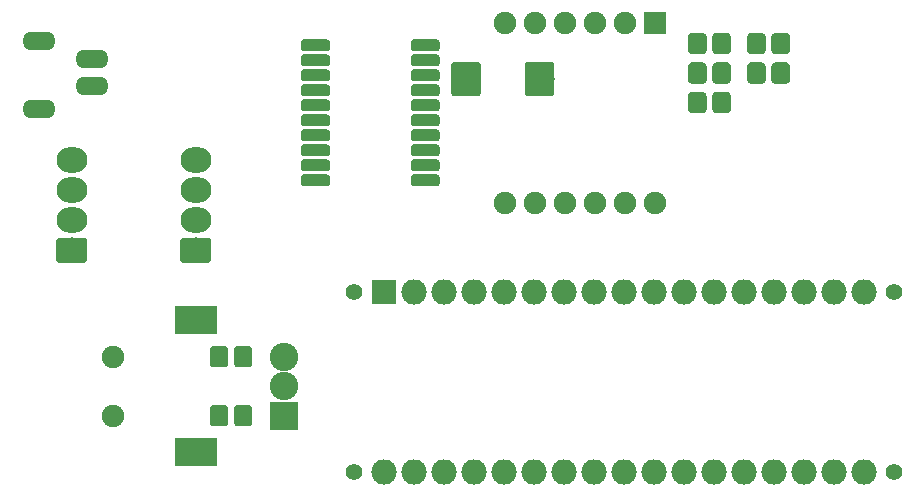
<source format=gbr>
G04 #@! TF.GenerationSoftware,KiCad,Pcbnew,(5.1.4)-1*
G04 #@! TF.CreationDate,2019-09-08T22:11:41-07:00*
G04 #@! TF.ProjectId,arduino-micro,61726475-696e-46f2-9d6d-6963726f2e6b,rev?*
G04 #@! TF.SameCoordinates,Original*
G04 #@! TF.FileFunction,Soldermask,Bot*
G04 #@! TF.FilePolarity,Negative*
%FSLAX46Y46*%
G04 Gerber Fmt 4.6, Leading zero omitted, Abs format (unit mm)*
G04 Created by KiCad (PCBNEW (5.1.4)-1) date 2019-09-08 22:11:41*
%MOMM*%
%LPD*%
G04 APERTURE LIST*
%ADD10O,2.606400X2.146400*%
%ADD11C,0.100000*%
%ADD12C,2.146400*%
%ADD13C,2.481400*%
%ADD14O,2.806400X1.606400*%
%ADD15O,2.133600X2.133600*%
%ADD16C,1.422400*%
%ADD17R,2.133600X2.133600*%
%ADD18C,1.906400*%
%ADD19R,1.906400X1.906400*%
%ADD20C,1.006400*%
%ADD21R,2.406400X2.406400*%
%ADD22C,2.406400*%
%ADD23R,3.606400X2.406400*%
%ADD24C,1.556400*%
G04 APERTURE END LIST*
D10*
X119500000Y-106880000D03*
X119500000Y-109420000D03*
X119500000Y-111960000D03*
D11*
G36*
X120525038Y-113428285D02*
G01*
X120554974Y-113432726D01*
X120584331Y-113440079D01*
X120612826Y-113450275D01*
X120640184Y-113463214D01*
X120666142Y-113478773D01*
X120690451Y-113496801D01*
X120712875Y-113517125D01*
X120733199Y-113539549D01*
X120751227Y-113563858D01*
X120766786Y-113589816D01*
X120779725Y-113617174D01*
X120789921Y-113645669D01*
X120797274Y-113675026D01*
X120801715Y-113704962D01*
X120803200Y-113735190D01*
X120803200Y-115264810D01*
X120801715Y-115295038D01*
X120797274Y-115324974D01*
X120789921Y-115354331D01*
X120779725Y-115382826D01*
X120766786Y-115410184D01*
X120751227Y-115436142D01*
X120733199Y-115460451D01*
X120712875Y-115482875D01*
X120690451Y-115503199D01*
X120666142Y-115521227D01*
X120640184Y-115536786D01*
X120612826Y-115549725D01*
X120584331Y-115559921D01*
X120554974Y-115567274D01*
X120525038Y-115571715D01*
X120494810Y-115573200D01*
X118505190Y-115573200D01*
X118474962Y-115571715D01*
X118445026Y-115567274D01*
X118415669Y-115559921D01*
X118387174Y-115549725D01*
X118359816Y-115536786D01*
X118333858Y-115521227D01*
X118309549Y-115503199D01*
X118287125Y-115482875D01*
X118266801Y-115460451D01*
X118248773Y-115436142D01*
X118233214Y-115410184D01*
X118220275Y-115382826D01*
X118210079Y-115354331D01*
X118202726Y-115324974D01*
X118198285Y-115295038D01*
X118196800Y-115264810D01*
X118196800Y-113735190D01*
X118198285Y-113704962D01*
X118202726Y-113675026D01*
X118210079Y-113645669D01*
X118220275Y-113617174D01*
X118233214Y-113589816D01*
X118248773Y-113563858D01*
X118266801Y-113539549D01*
X118287125Y-113517125D01*
X118309549Y-113496801D01*
X118333858Y-113478773D01*
X118359816Y-113463214D01*
X118387174Y-113450275D01*
X118415669Y-113440079D01*
X118445026Y-113432726D01*
X118474962Y-113428285D01*
X118505190Y-113426800D01*
X120494810Y-113426800D01*
X120525038Y-113428285D01*
X120525038Y-113428285D01*
G37*
D12*
X119500000Y-114500000D03*
D11*
G36*
X160083540Y-98523240D02*
G01*
X160112561Y-98527545D01*
X160141021Y-98534673D01*
X160168645Y-98544557D01*
X160195167Y-98557101D01*
X160220331Y-98572185D01*
X160243897Y-98589662D01*
X160265635Y-98609365D01*
X160285338Y-98631103D01*
X160302815Y-98654669D01*
X160317899Y-98679833D01*
X160330443Y-98706355D01*
X160340327Y-98733979D01*
X160347455Y-98762439D01*
X160351760Y-98791460D01*
X160353200Y-98820764D01*
X160353200Y-101179236D01*
X160351760Y-101208540D01*
X160347455Y-101237561D01*
X160340327Y-101266021D01*
X160330443Y-101293645D01*
X160317899Y-101320167D01*
X160302815Y-101345331D01*
X160285338Y-101368897D01*
X160265635Y-101390635D01*
X160243897Y-101410338D01*
X160220331Y-101427815D01*
X160195167Y-101442899D01*
X160168645Y-101455443D01*
X160141021Y-101465327D01*
X160112561Y-101472455D01*
X160083540Y-101476760D01*
X160054236Y-101478200D01*
X158170764Y-101478200D01*
X158141460Y-101476760D01*
X158112439Y-101472455D01*
X158083979Y-101465327D01*
X158056355Y-101455443D01*
X158029833Y-101442899D01*
X158004669Y-101427815D01*
X157981103Y-101410338D01*
X157959365Y-101390635D01*
X157939662Y-101368897D01*
X157922185Y-101345331D01*
X157907101Y-101320167D01*
X157894557Y-101293645D01*
X157884673Y-101266021D01*
X157877545Y-101237561D01*
X157873240Y-101208540D01*
X157871800Y-101179236D01*
X157871800Y-98820764D01*
X157873240Y-98791460D01*
X157877545Y-98762439D01*
X157884673Y-98733979D01*
X157894557Y-98706355D01*
X157907101Y-98679833D01*
X157922185Y-98654669D01*
X157939662Y-98631103D01*
X157959365Y-98609365D01*
X157981103Y-98589662D01*
X158004669Y-98572185D01*
X158029833Y-98557101D01*
X158056355Y-98544557D01*
X158083979Y-98534673D01*
X158112439Y-98527545D01*
X158141460Y-98523240D01*
X158170764Y-98521800D01*
X160054236Y-98521800D01*
X160083540Y-98523240D01*
X160083540Y-98523240D01*
G37*
D13*
X159112500Y-100000000D03*
D11*
G36*
X153858540Y-98523240D02*
G01*
X153887561Y-98527545D01*
X153916021Y-98534673D01*
X153943645Y-98544557D01*
X153970167Y-98557101D01*
X153995331Y-98572185D01*
X154018897Y-98589662D01*
X154040635Y-98609365D01*
X154060338Y-98631103D01*
X154077815Y-98654669D01*
X154092899Y-98679833D01*
X154105443Y-98706355D01*
X154115327Y-98733979D01*
X154122455Y-98762439D01*
X154126760Y-98791460D01*
X154128200Y-98820764D01*
X154128200Y-101179236D01*
X154126760Y-101208540D01*
X154122455Y-101237561D01*
X154115327Y-101266021D01*
X154105443Y-101293645D01*
X154092899Y-101320167D01*
X154077815Y-101345331D01*
X154060338Y-101368897D01*
X154040635Y-101390635D01*
X154018897Y-101410338D01*
X153995331Y-101427815D01*
X153970167Y-101442899D01*
X153943645Y-101455443D01*
X153916021Y-101465327D01*
X153887561Y-101472455D01*
X153858540Y-101476760D01*
X153829236Y-101478200D01*
X151945764Y-101478200D01*
X151916460Y-101476760D01*
X151887439Y-101472455D01*
X151858979Y-101465327D01*
X151831355Y-101455443D01*
X151804833Y-101442899D01*
X151779669Y-101427815D01*
X151756103Y-101410338D01*
X151734365Y-101390635D01*
X151714662Y-101368897D01*
X151697185Y-101345331D01*
X151682101Y-101320167D01*
X151669557Y-101293645D01*
X151659673Y-101266021D01*
X151652545Y-101237561D01*
X151648240Y-101208540D01*
X151646800Y-101179236D01*
X151646800Y-98820764D01*
X151648240Y-98791460D01*
X151652545Y-98762439D01*
X151659673Y-98733979D01*
X151669557Y-98706355D01*
X151682101Y-98679833D01*
X151697185Y-98654669D01*
X151714662Y-98631103D01*
X151734365Y-98609365D01*
X151756103Y-98589662D01*
X151779669Y-98572185D01*
X151804833Y-98557101D01*
X151831355Y-98544557D01*
X151858979Y-98534673D01*
X151887439Y-98527545D01*
X151916460Y-98523240D01*
X151945764Y-98521800D01*
X153829236Y-98521800D01*
X153858540Y-98523240D01*
X153858540Y-98523240D01*
G37*
D13*
X152887500Y-100000000D03*
D10*
X130000000Y-106880000D03*
X130000000Y-109420000D03*
X130000000Y-111960000D03*
D11*
G36*
X131025038Y-113428285D02*
G01*
X131054974Y-113432726D01*
X131084331Y-113440079D01*
X131112826Y-113450275D01*
X131140184Y-113463214D01*
X131166142Y-113478773D01*
X131190451Y-113496801D01*
X131212875Y-113517125D01*
X131233199Y-113539549D01*
X131251227Y-113563858D01*
X131266786Y-113589816D01*
X131279725Y-113617174D01*
X131289921Y-113645669D01*
X131297274Y-113675026D01*
X131301715Y-113704962D01*
X131303200Y-113735190D01*
X131303200Y-115264810D01*
X131301715Y-115295038D01*
X131297274Y-115324974D01*
X131289921Y-115354331D01*
X131279725Y-115382826D01*
X131266786Y-115410184D01*
X131251227Y-115436142D01*
X131233199Y-115460451D01*
X131212875Y-115482875D01*
X131190451Y-115503199D01*
X131166142Y-115521227D01*
X131140184Y-115536786D01*
X131112826Y-115549725D01*
X131084331Y-115559921D01*
X131054974Y-115567274D01*
X131025038Y-115571715D01*
X130994810Y-115573200D01*
X129005190Y-115573200D01*
X128974962Y-115571715D01*
X128945026Y-115567274D01*
X128915669Y-115559921D01*
X128887174Y-115549725D01*
X128859816Y-115536786D01*
X128833858Y-115521227D01*
X128809549Y-115503199D01*
X128787125Y-115482875D01*
X128766801Y-115460451D01*
X128748773Y-115436142D01*
X128733214Y-115410184D01*
X128720275Y-115382826D01*
X128710079Y-115354331D01*
X128702726Y-115324974D01*
X128698285Y-115295038D01*
X128696800Y-115264810D01*
X128696800Y-113735190D01*
X128698285Y-113704962D01*
X128702726Y-113675026D01*
X128710079Y-113645669D01*
X128720275Y-113617174D01*
X128733214Y-113589816D01*
X128748773Y-113563858D01*
X128766801Y-113539549D01*
X128787125Y-113517125D01*
X128809549Y-113496801D01*
X128833858Y-113478773D01*
X128859816Y-113463214D01*
X128887174Y-113450275D01*
X128915669Y-113440079D01*
X128945026Y-113432726D01*
X128974962Y-113428285D01*
X129005190Y-113426800D01*
X130994810Y-113426800D01*
X131025038Y-113428285D01*
X131025038Y-113428285D01*
G37*
D12*
X130000000Y-114500000D03*
D14*
X121200000Y-98300000D03*
X121200000Y-100600000D03*
X116700000Y-96800000D03*
X116700000Y-102500000D03*
D15*
X148480000Y-133240000D03*
X166260000Y-133240000D03*
X168800000Y-133240000D03*
X171340000Y-133240000D03*
X173880000Y-133240000D03*
X176420000Y-133240000D03*
X161180000Y-133240000D03*
X184040000Y-118000000D03*
X186580000Y-118000000D03*
X186580000Y-133240000D03*
X181500000Y-133240000D03*
D16*
X189120000Y-133240000D03*
D15*
X181500000Y-118000000D03*
X178960000Y-118000000D03*
X176420000Y-118000000D03*
X173880000Y-118000000D03*
X171340000Y-118000000D03*
X168800000Y-118000000D03*
X166260000Y-118000000D03*
X163720000Y-118000000D03*
X161180000Y-118000000D03*
X151020000Y-118000000D03*
X153560000Y-118000000D03*
X148480000Y-118000000D03*
X156100000Y-133240000D03*
X184040000Y-133240000D03*
X158640000Y-133240000D03*
X153560000Y-133240000D03*
X158640000Y-118000000D03*
X151020000Y-133240000D03*
X178960000Y-133240000D03*
X145940000Y-133240000D03*
D17*
X145940000Y-118000000D03*
D15*
X156100000Y-118000000D03*
X163720000Y-133240000D03*
D16*
X143400000Y-133240000D03*
X189120000Y-118000000D03*
X143400000Y-118000000D03*
D18*
X168910000Y-110490000D03*
X166370000Y-110490000D03*
X163830000Y-110490000D03*
X161290000Y-110490000D03*
X158750000Y-110490000D03*
X156210000Y-110490000D03*
X156210000Y-95250000D03*
X158750000Y-95250000D03*
X161290000Y-95250000D03*
X163830000Y-95250000D03*
X166370000Y-95250000D03*
D19*
X168910000Y-95250000D03*
D11*
G36*
X150431261Y-108083012D02*
G01*
X150455685Y-108086634D01*
X150479636Y-108092634D01*
X150502883Y-108100952D01*
X150525203Y-108111509D01*
X150546381Y-108124202D01*
X150566213Y-108138911D01*
X150584508Y-108155492D01*
X150601089Y-108173787D01*
X150615798Y-108193619D01*
X150628491Y-108214797D01*
X150639048Y-108237117D01*
X150647366Y-108260364D01*
X150653366Y-108284315D01*
X150656988Y-108308739D01*
X150658200Y-108333400D01*
X150658200Y-108836600D01*
X150656988Y-108861261D01*
X150653366Y-108885685D01*
X150647366Y-108909636D01*
X150639048Y-108932883D01*
X150628491Y-108955203D01*
X150615798Y-108976381D01*
X150601089Y-108996213D01*
X150584508Y-109014508D01*
X150566213Y-109031089D01*
X150546381Y-109045798D01*
X150525203Y-109058491D01*
X150502883Y-109069048D01*
X150479636Y-109077366D01*
X150455685Y-109083366D01*
X150431261Y-109086988D01*
X150406600Y-109088200D01*
X148453400Y-109088200D01*
X148428739Y-109086988D01*
X148404315Y-109083366D01*
X148380364Y-109077366D01*
X148357117Y-109069048D01*
X148334797Y-109058491D01*
X148313619Y-109045798D01*
X148293787Y-109031089D01*
X148275492Y-109014508D01*
X148258911Y-108996213D01*
X148244202Y-108976381D01*
X148231509Y-108955203D01*
X148220952Y-108932883D01*
X148212634Y-108909636D01*
X148206634Y-108885685D01*
X148203012Y-108861261D01*
X148201800Y-108836600D01*
X148201800Y-108333400D01*
X148203012Y-108308739D01*
X148206634Y-108284315D01*
X148212634Y-108260364D01*
X148220952Y-108237117D01*
X148231509Y-108214797D01*
X148244202Y-108193619D01*
X148258911Y-108173787D01*
X148275492Y-108155492D01*
X148293787Y-108138911D01*
X148313619Y-108124202D01*
X148334797Y-108111509D01*
X148357117Y-108100952D01*
X148380364Y-108092634D01*
X148404315Y-108086634D01*
X148428739Y-108083012D01*
X148453400Y-108081800D01*
X150406600Y-108081800D01*
X150431261Y-108083012D01*
X150431261Y-108083012D01*
G37*
D20*
X149430000Y-108585000D03*
D11*
G36*
X150431261Y-106813012D02*
G01*
X150455685Y-106816634D01*
X150479636Y-106822634D01*
X150502883Y-106830952D01*
X150525203Y-106841509D01*
X150546381Y-106854202D01*
X150566213Y-106868911D01*
X150584508Y-106885492D01*
X150601089Y-106903787D01*
X150615798Y-106923619D01*
X150628491Y-106944797D01*
X150639048Y-106967117D01*
X150647366Y-106990364D01*
X150653366Y-107014315D01*
X150656988Y-107038739D01*
X150658200Y-107063400D01*
X150658200Y-107566600D01*
X150656988Y-107591261D01*
X150653366Y-107615685D01*
X150647366Y-107639636D01*
X150639048Y-107662883D01*
X150628491Y-107685203D01*
X150615798Y-107706381D01*
X150601089Y-107726213D01*
X150584508Y-107744508D01*
X150566213Y-107761089D01*
X150546381Y-107775798D01*
X150525203Y-107788491D01*
X150502883Y-107799048D01*
X150479636Y-107807366D01*
X150455685Y-107813366D01*
X150431261Y-107816988D01*
X150406600Y-107818200D01*
X148453400Y-107818200D01*
X148428739Y-107816988D01*
X148404315Y-107813366D01*
X148380364Y-107807366D01*
X148357117Y-107799048D01*
X148334797Y-107788491D01*
X148313619Y-107775798D01*
X148293787Y-107761089D01*
X148275492Y-107744508D01*
X148258911Y-107726213D01*
X148244202Y-107706381D01*
X148231509Y-107685203D01*
X148220952Y-107662883D01*
X148212634Y-107639636D01*
X148206634Y-107615685D01*
X148203012Y-107591261D01*
X148201800Y-107566600D01*
X148201800Y-107063400D01*
X148203012Y-107038739D01*
X148206634Y-107014315D01*
X148212634Y-106990364D01*
X148220952Y-106967117D01*
X148231509Y-106944797D01*
X148244202Y-106923619D01*
X148258911Y-106903787D01*
X148275492Y-106885492D01*
X148293787Y-106868911D01*
X148313619Y-106854202D01*
X148334797Y-106841509D01*
X148357117Y-106830952D01*
X148380364Y-106822634D01*
X148404315Y-106816634D01*
X148428739Y-106813012D01*
X148453400Y-106811800D01*
X150406600Y-106811800D01*
X150431261Y-106813012D01*
X150431261Y-106813012D01*
G37*
D20*
X149430000Y-107315000D03*
D11*
G36*
X150431261Y-105543012D02*
G01*
X150455685Y-105546634D01*
X150479636Y-105552634D01*
X150502883Y-105560952D01*
X150525203Y-105571509D01*
X150546381Y-105584202D01*
X150566213Y-105598911D01*
X150584508Y-105615492D01*
X150601089Y-105633787D01*
X150615798Y-105653619D01*
X150628491Y-105674797D01*
X150639048Y-105697117D01*
X150647366Y-105720364D01*
X150653366Y-105744315D01*
X150656988Y-105768739D01*
X150658200Y-105793400D01*
X150658200Y-106296600D01*
X150656988Y-106321261D01*
X150653366Y-106345685D01*
X150647366Y-106369636D01*
X150639048Y-106392883D01*
X150628491Y-106415203D01*
X150615798Y-106436381D01*
X150601089Y-106456213D01*
X150584508Y-106474508D01*
X150566213Y-106491089D01*
X150546381Y-106505798D01*
X150525203Y-106518491D01*
X150502883Y-106529048D01*
X150479636Y-106537366D01*
X150455685Y-106543366D01*
X150431261Y-106546988D01*
X150406600Y-106548200D01*
X148453400Y-106548200D01*
X148428739Y-106546988D01*
X148404315Y-106543366D01*
X148380364Y-106537366D01*
X148357117Y-106529048D01*
X148334797Y-106518491D01*
X148313619Y-106505798D01*
X148293787Y-106491089D01*
X148275492Y-106474508D01*
X148258911Y-106456213D01*
X148244202Y-106436381D01*
X148231509Y-106415203D01*
X148220952Y-106392883D01*
X148212634Y-106369636D01*
X148206634Y-106345685D01*
X148203012Y-106321261D01*
X148201800Y-106296600D01*
X148201800Y-105793400D01*
X148203012Y-105768739D01*
X148206634Y-105744315D01*
X148212634Y-105720364D01*
X148220952Y-105697117D01*
X148231509Y-105674797D01*
X148244202Y-105653619D01*
X148258911Y-105633787D01*
X148275492Y-105615492D01*
X148293787Y-105598911D01*
X148313619Y-105584202D01*
X148334797Y-105571509D01*
X148357117Y-105560952D01*
X148380364Y-105552634D01*
X148404315Y-105546634D01*
X148428739Y-105543012D01*
X148453400Y-105541800D01*
X150406600Y-105541800D01*
X150431261Y-105543012D01*
X150431261Y-105543012D01*
G37*
D20*
X149430000Y-106045000D03*
D11*
G36*
X150431261Y-104273012D02*
G01*
X150455685Y-104276634D01*
X150479636Y-104282634D01*
X150502883Y-104290952D01*
X150525203Y-104301509D01*
X150546381Y-104314202D01*
X150566213Y-104328911D01*
X150584508Y-104345492D01*
X150601089Y-104363787D01*
X150615798Y-104383619D01*
X150628491Y-104404797D01*
X150639048Y-104427117D01*
X150647366Y-104450364D01*
X150653366Y-104474315D01*
X150656988Y-104498739D01*
X150658200Y-104523400D01*
X150658200Y-105026600D01*
X150656988Y-105051261D01*
X150653366Y-105075685D01*
X150647366Y-105099636D01*
X150639048Y-105122883D01*
X150628491Y-105145203D01*
X150615798Y-105166381D01*
X150601089Y-105186213D01*
X150584508Y-105204508D01*
X150566213Y-105221089D01*
X150546381Y-105235798D01*
X150525203Y-105248491D01*
X150502883Y-105259048D01*
X150479636Y-105267366D01*
X150455685Y-105273366D01*
X150431261Y-105276988D01*
X150406600Y-105278200D01*
X148453400Y-105278200D01*
X148428739Y-105276988D01*
X148404315Y-105273366D01*
X148380364Y-105267366D01*
X148357117Y-105259048D01*
X148334797Y-105248491D01*
X148313619Y-105235798D01*
X148293787Y-105221089D01*
X148275492Y-105204508D01*
X148258911Y-105186213D01*
X148244202Y-105166381D01*
X148231509Y-105145203D01*
X148220952Y-105122883D01*
X148212634Y-105099636D01*
X148206634Y-105075685D01*
X148203012Y-105051261D01*
X148201800Y-105026600D01*
X148201800Y-104523400D01*
X148203012Y-104498739D01*
X148206634Y-104474315D01*
X148212634Y-104450364D01*
X148220952Y-104427117D01*
X148231509Y-104404797D01*
X148244202Y-104383619D01*
X148258911Y-104363787D01*
X148275492Y-104345492D01*
X148293787Y-104328911D01*
X148313619Y-104314202D01*
X148334797Y-104301509D01*
X148357117Y-104290952D01*
X148380364Y-104282634D01*
X148404315Y-104276634D01*
X148428739Y-104273012D01*
X148453400Y-104271800D01*
X150406600Y-104271800D01*
X150431261Y-104273012D01*
X150431261Y-104273012D01*
G37*
D20*
X149430000Y-104775000D03*
D11*
G36*
X150431261Y-103003012D02*
G01*
X150455685Y-103006634D01*
X150479636Y-103012634D01*
X150502883Y-103020952D01*
X150525203Y-103031509D01*
X150546381Y-103044202D01*
X150566213Y-103058911D01*
X150584508Y-103075492D01*
X150601089Y-103093787D01*
X150615798Y-103113619D01*
X150628491Y-103134797D01*
X150639048Y-103157117D01*
X150647366Y-103180364D01*
X150653366Y-103204315D01*
X150656988Y-103228739D01*
X150658200Y-103253400D01*
X150658200Y-103756600D01*
X150656988Y-103781261D01*
X150653366Y-103805685D01*
X150647366Y-103829636D01*
X150639048Y-103852883D01*
X150628491Y-103875203D01*
X150615798Y-103896381D01*
X150601089Y-103916213D01*
X150584508Y-103934508D01*
X150566213Y-103951089D01*
X150546381Y-103965798D01*
X150525203Y-103978491D01*
X150502883Y-103989048D01*
X150479636Y-103997366D01*
X150455685Y-104003366D01*
X150431261Y-104006988D01*
X150406600Y-104008200D01*
X148453400Y-104008200D01*
X148428739Y-104006988D01*
X148404315Y-104003366D01*
X148380364Y-103997366D01*
X148357117Y-103989048D01*
X148334797Y-103978491D01*
X148313619Y-103965798D01*
X148293787Y-103951089D01*
X148275492Y-103934508D01*
X148258911Y-103916213D01*
X148244202Y-103896381D01*
X148231509Y-103875203D01*
X148220952Y-103852883D01*
X148212634Y-103829636D01*
X148206634Y-103805685D01*
X148203012Y-103781261D01*
X148201800Y-103756600D01*
X148201800Y-103253400D01*
X148203012Y-103228739D01*
X148206634Y-103204315D01*
X148212634Y-103180364D01*
X148220952Y-103157117D01*
X148231509Y-103134797D01*
X148244202Y-103113619D01*
X148258911Y-103093787D01*
X148275492Y-103075492D01*
X148293787Y-103058911D01*
X148313619Y-103044202D01*
X148334797Y-103031509D01*
X148357117Y-103020952D01*
X148380364Y-103012634D01*
X148404315Y-103006634D01*
X148428739Y-103003012D01*
X148453400Y-103001800D01*
X150406600Y-103001800D01*
X150431261Y-103003012D01*
X150431261Y-103003012D01*
G37*
D20*
X149430000Y-103505000D03*
D11*
G36*
X150431261Y-101733012D02*
G01*
X150455685Y-101736634D01*
X150479636Y-101742634D01*
X150502883Y-101750952D01*
X150525203Y-101761509D01*
X150546381Y-101774202D01*
X150566213Y-101788911D01*
X150584508Y-101805492D01*
X150601089Y-101823787D01*
X150615798Y-101843619D01*
X150628491Y-101864797D01*
X150639048Y-101887117D01*
X150647366Y-101910364D01*
X150653366Y-101934315D01*
X150656988Y-101958739D01*
X150658200Y-101983400D01*
X150658200Y-102486600D01*
X150656988Y-102511261D01*
X150653366Y-102535685D01*
X150647366Y-102559636D01*
X150639048Y-102582883D01*
X150628491Y-102605203D01*
X150615798Y-102626381D01*
X150601089Y-102646213D01*
X150584508Y-102664508D01*
X150566213Y-102681089D01*
X150546381Y-102695798D01*
X150525203Y-102708491D01*
X150502883Y-102719048D01*
X150479636Y-102727366D01*
X150455685Y-102733366D01*
X150431261Y-102736988D01*
X150406600Y-102738200D01*
X148453400Y-102738200D01*
X148428739Y-102736988D01*
X148404315Y-102733366D01*
X148380364Y-102727366D01*
X148357117Y-102719048D01*
X148334797Y-102708491D01*
X148313619Y-102695798D01*
X148293787Y-102681089D01*
X148275492Y-102664508D01*
X148258911Y-102646213D01*
X148244202Y-102626381D01*
X148231509Y-102605203D01*
X148220952Y-102582883D01*
X148212634Y-102559636D01*
X148206634Y-102535685D01*
X148203012Y-102511261D01*
X148201800Y-102486600D01*
X148201800Y-101983400D01*
X148203012Y-101958739D01*
X148206634Y-101934315D01*
X148212634Y-101910364D01*
X148220952Y-101887117D01*
X148231509Y-101864797D01*
X148244202Y-101843619D01*
X148258911Y-101823787D01*
X148275492Y-101805492D01*
X148293787Y-101788911D01*
X148313619Y-101774202D01*
X148334797Y-101761509D01*
X148357117Y-101750952D01*
X148380364Y-101742634D01*
X148404315Y-101736634D01*
X148428739Y-101733012D01*
X148453400Y-101731800D01*
X150406600Y-101731800D01*
X150431261Y-101733012D01*
X150431261Y-101733012D01*
G37*
D20*
X149430000Y-102235000D03*
D11*
G36*
X150431261Y-100463012D02*
G01*
X150455685Y-100466634D01*
X150479636Y-100472634D01*
X150502883Y-100480952D01*
X150525203Y-100491509D01*
X150546381Y-100504202D01*
X150566213Y-100518911D01*
X150584508Y-100535492D01*
X150601089Y-100553787D01*
X150615798Y-100573619D01*
X150628491Y-100594797D01*
X150639048Y-100617117D01*
X150647366Y-100640364D01*
X150653366Y-100664315D01*
X150656988Y-100688739D01*
X150658200Y-100713400D01*
X150658200Y-101216600D01*
X150656988Y-101241261D01*
X150653366Y-101265685D01*
X150647366Y-101289636D01*
X150639048Y-101312883D01*
X150628491Y-101335203D01*
X150615798Y-101356381D01*
X150601089Y-101376213D01*
X150584508Y-101394508D01*
X150566213Y-101411089D01*
X150546381Y-101425798D01*
X150525203Y-101438491D01*
X150502883Y-101449048D01*
X150479636Y-101457366D01*
X150455685Y-101463366D01*
X150431261Y-101466988D01*
X150406600Y-101468200D01*
X148453400Y-101468200D01*
X148428739Y-101466988D01*
X148404315Y-101463366D01*
X148380364Y-101457366D01*
X148357117Y-101449048D01*
X148334797Y-101438491D01*
X148313619Y-101425798D01*
X148293787Y-101411089D01*
X148275492Y-101394508D01*
X148258911Y-101376213D01*
X148244202Y-101356381D01*
X148231509Y-101335203D01*
X148220952Y-101312883D01*
X148212634Y-101289636D01*
X148206634Y-101265685D01*
X148203012Y-101241261D01*
X148201800Y-101216600D01*
X148201800Y-100713400D01*
X148203012Y-100688739D01*
X148206634Y-100664315D01*
X148212634Y-100640364D01*
X148220952Y-100617117D01*
X148231509Y-100594797D01*
X148244202Y-100573619D01*
X148258911Y-100553787D01*
X148275492Y-100535492D01*
X148293787Y-100518911D01*
X148313619Y-100504202D01*
X148334797Y-100491509D01*
X148357117Y-100480952D01*
X148380364Y-100472634D01*
X148404315Y-100466634D01*
X148428739Y-100463012D01*
X148453400Y-100461800D01*
X150406600Y-100461800D01*
X150431261Y-100463012D01*
X150431261Y-100463012D01*
G37*
D20*
X149430000Y-100965000D03*
D11*
G36*
X150431261Y-99193012D02*
G01*
X150455685Y-99196634D01*
X150479636Y-99202634D01*
X150502883Y-99210952D01*
X150525203Y-99221509D01*
X150546381Y-99234202D01*
X150566213Y-99248911D01*
X150584508Y-99265492D01*
X150601089Y-99283787D01*
X150615798Y-99303619D01*
X150628491Y-99324797D01*
X150639048Y-99347117D01*
X150647366Y-99370364D01*
X150653366Y-99394315D01*
X150656988Y-99418739D01*
X150658200Y-99443400D01*
X150658200Y-99946600D01*
X150656988Y-99971261D01*
X150653366Y-99995685D01*
X150647366Y-100019636D01*
X150639048Y-100042883D01*
X150628491Y-100065203D01*
X150615798Y-100086381D01*
X150601089Y-100106213D01*
X150584508Y-100124508D01*
X150566213Y-100141089D01*
X150546381Y-100155798D01*
X150525203Y-100168491D01*
X150502883Y-100179048D01*
X150479636Y-100187366D01*
X150455685Y-100193366D01*
X150431261Y-100196988D01*
X150406600Y-100198200D01*
X148453400Y-100198200D01*
X148428739Y-100196988D01*
X148404315Y-100193366D01*
X148380364Y-100187366D01*
X148357117Y-100179048D01*
X148334797Y-100168491D01*
X148313619Y-100155798D01*
X148293787Y-100141089D01*
X148275492Y-100124508D01*
X148258911Y-100106213D01*
X148244202Y-100086381D01*
X148231509Y-100065203D01*
X148220952Y-100042883D01*
X148212634Y-100019636D01*
X148206634Y-99995685D01*
X148203012Y-99971261D01*
X148201800Y-99946600D01*
X148201800Y-99443400D01*
X148203012Y-99418739D01*
X148206634Y-99394315D01*
X148212634Y-99370364D01*
X148220952Y-99347117D01*
X148231509Y-99324797D01*
X148244202Y-99303619D01*
X148258911Y-99283787D01*
X148275492Y-99265492D01*
X148293787Y-99248911D01*
X148313619Y-99234202D01*
X148334797Y-99221509D01*
X148357117Y-99210952D01*
X148380364Y-99202634D01*
X148404315Y-99196634D01*
X148428739Y-99193012D01*
X148453400Y-99191800D01*
X150406600Y-99191800D01*
X150431261Y-99193012D01*
X150431261Y-99193012D01*
G37*
D20*
X149430000Y-99695000D03*
D11*
G36*
X150431261Y-97923012D02*
G01*
X150455685Y-97926634D01*
X150479636Y-97932634D01*
X150502883Y-97940952D01*
X150525203Y-97951509D01*
X150546381Y-97964202D01*
X150566213Y-97978911D01*
X150584508Y-97995492D01*
X150601089Y-98013787D01*
X150615798Y-98033619D01*
X150628491Y-98054797D01*
X150639048Y-98077117D01*
X150647366Y-98100364D01*
X150653366Y-98124315D01*
X150656988Y-98148739D01*
X150658200Y-98173400D01*
X150658200Y-98676600D01*
X150656988Y-98701261D01*
X150653366Y-98725685D01*
X150647366Y-98749636D01*
X150639048Y-98772883D01*
X150628491Y-98795203D01*
X150615798Y-98816381D01*
X150601089Y-98836213D01*
X150584508Y-98854508D01*
X150566213Y-98871089D01*
X150546381Y-98885798D01*
X150525203Y-98898491D01*
X150502883Y-98909048D01*
X150479636Y-98917366D01*
X150455685Y-98923366D01*
X150431261Y-98926988D01*
X150406600Y-98928200D01*
X148453400Y-98928200D01*
X148428739Y-98926988D01*
X148404315Y-98923366D01*
X148380364Y-98917366D01*
X148357117Y-98909048D01*
X148334797Y-98898491D01*
X148313619Y-98885798D01*
X148293787Y-98871089D01*
X148275492Y-98854508D01*
X148258911Y-98836213D01*
X148244202Y-98816381D01*
X148231509Y-98795203D01*
X148220952Y-98772883D01*
X148212634Y-98749636D01*
X148206634Y-98725685D01*
X148203012Y-98701261D01*
X148201800Y-98676600D01*
X148201800Y-98173400D01*
X148203012Y-98148739D01*
X148206634Y-98124315D01*
X148212634Y-98100364D01*
X148220952Y-98077117D01*
X148231509Y-98054797D01*
X148244202Y-98033619D01*
X148258911Y-98013787D01*
X148275492Y-97995492D01*
X148293787Y-97978911D01*
X148313619Y-97964202D01*
X148334797Y-97951509D01*
X148357117Y-97940952D01*
X148380364Y-97932634D01*
X148404315Y-97926634D01*
X148428739Y-97923012D01*
X148453400Y-97921800D01*
X150406600Y-97921800D01*
X150431261Y-97923012D01*
X150431261Y-97923012D01*
G37*
D20*
X149430000Y-98425000D03*
D11*
G36*
X150431261Y-96653012D02*
G01*
X150455685Y-96656634D01*
X150479636Y-96662634D01*
X150502883Y-96670952D01*
X150525203Y-96681509D01*
X150546381Y-96694202D01*
X150566213Y-96708911D01*
X150584508Y-96725492D01*
X150601089Y-96743787D01*
X150615798Y-96763619D01*
X150628491Y-96784797D01*
X150639048Y-96807117D01*
X150647366Y-96830364D01*
X150653366Y-96854315D01*
X150656988Y-96878739D01*
X150658200Y-96903400D01*
X150658200Y-97406600D01*
X150656988Y-97431261D01*
X150653366Y-97455685D01*
X150647366Y-97479636D01*
X150639048Y-97502883D01*
X150628491Y-97525203D01*
X150615798Y-97546381D01*
X150601089Y-97566213D01*
X150584508Y-97584508D01*
X150566213Y-97601089D01*
X150546381Y-97615798D01*
X150525203Y-97628491D01*
X150502883Y-97639048D01*
X150479636Y-97647366D01*
X150455685Y-97653366D01*
X150431261Y-97656988D01*
X150406600Y-97658200D01*
X148453400Y-97658200D01*
X148428739Y-97656988D01*
X148404315Y-97653366D01*
X148380364Y-97647366D01*
X148357117Y-97639048D01*
X148334797Y-97628491D01*
X148313619Y-97615798D01*
X148293787Y-97601089D01*
X148275492Y-97584508D01*
X148258911Y-97566213D01*
X148244202Y-97546381D01*
X148231509Y-97525203D01*
X148220952Y-97502883D01*
X148212634Y-97479636D01*
X148206634Y-97455685D01*
X148203012Y-97431261D01*
X148201800Y-97406600D01*
X148201800Y-96903400D01*
X148203012Y-96878739D01*
X148206634Y-96854315D01*
X148212634Y-96830364D01*
X148220952Y-96807117D01*
X148231509Y-96784797D01*
X148244202Y-96763619D01*
X148258911Y-96743787D01*
X148275492Y-96725492D01*
X148293787Y-96708911D01*
X148313619Y-96694202D01*
X148334797Y-96681509D01*
X148357117Y-96670952D01*
X148380364Y-96662634D01*
X148404315Y-96656634D01*
X148428739Y-96653012D01*
X148453400Y-96651800D01*
X150406600Y-96651800D01*
X150431261Y-96653012D01*
X150431261Y-96653012D01*
G37*
D20*
X149430000Y-97155000D03*
D11*
G36*
X141131261Y-96653012D02*
G01*
X141155685Y-96656634D01*
X141179636Y-96662634D01*
X141202883Y-96670952D01*
X141225203Y-96681509D01*
X141246381Y-96694202D01*
X141266213Y-96708911D01*
X141284508Y-96725492D01*
X141301089Y-96743787D01*
X141315798Y-96763619D01*
X141328491Y-96784797D01*
X141339048Y-96807117D01*
X141347366Y-96830364D01*
X141353366Y-96854315D01*
X141356988Y-96878739D01*
X141358200Y-96903400D01*
X141358200Y-97406600D01*
X141356988Y-97431261D01*
X141353366Y-97455685D01*
X141347366Y-97479636D01*
X141339048Y-97502883D01*
X141328491Y-97525203D01*
X141315798Y-97546381D01*
X141301089Y-97566213D01*
X141284508Y-97584508D01*
X141266213Y-97601089D01*
X141246381Y-97615798D01*
X141225203Y-97628491D01*
X141202883Y-97639048D01*
X141179636Y-97647366D01*
X141155685Y-97653366D01*
X141131261Y-97656988D01*
X141106600Y-97658200D01*
X139153400Y-97658200D01*
X139128739Y-97656988D01*
X139104315Y-97653366D01*
X139080364Y-97647366D01*
X139057117Y-97639048D01*
X139034797Y-97628491D01*
X139013619Y-97615798D01*
X138993787Y-97601089D01*
X138975492Y-97584508D01*
X138958911Y-97566213D01*
X138944202Y-97546381D01*
X138931509Y-97525203D01*
X138920952Y-97502883D01*
X138912634Y-97479636D01*
X138906634Y-97455685D01*
X138903012Y-97431261D01*
X138901800Y-97406600D01*
X138901800Y-96903400D01*
X138903012Y-96878739D01*
X138906634Y-96854315D01*
X138912634Y-96830364D01*
X138920952Y-96807117D01*
X138931509Y-96784797D01*
X138944202Y-96763619D01*
X138958911Y-96743787D01*
X138975492Y-96725492D01*
X138993787Y-96708911D01*
X139013619Y-96694202D01*
X139034797Y-96681509D01*
X139057117Y-96670952D01*
X139080364Y-96662634D01*
X139104315Y-96656634D01*
X139128739Y-96653012D01*
X139153400Y-96651800D01*
X141106600Y-96651800D01*
X141131261Y-96653012D01*
X141131261Y-96653012D01*
G37*
D20*
X140130000Y-97155000D03*
D11*
G36*
X141131261Y-97923012D02*
G01*
X141155685Y-97926634D01*
X141179636Y-97932634D01*
X141202883Y-97940952D01*
X141225203Y-97951509D01*
X141246381Y-97964202D01*
X141266213Y-97978911D01*
X141284508Y-97995492D01*
X141301089Y-98013787D01*
X141315798Y-98033619D01*
X141328491Y-98054797D01*
X141339048Y-98077117D01*
X141347366Y-98100364D01*
X141353366Y-98124315D01*
X141356988Y-98148739D01*
X141358200Y-98173400D01*
X141358200Y-98676600D01*
X141356988Y-98701261D01*
X141353366Y-98725685D01*
X141347366Y-98749636D01*
X141339048Y-98772883D01*
X141328491Y-98795203D01*
X141315798Y-98816381D01*
X141301089Y-98836213D01*
X141284508Y-98854508D01*
X141266213Y-98871089D01*
X141246381Y-98885798D01*
X141225203Y-98898491D01*
X141202883Y-98909048D01*
X141179636Y-98917366D01*
X141155685Y-98923366D01*
X141131261Y-98926988D01*
X141106600Y-98928200D01*
X139153400Y-98928200D01*
X139128739Y-98926988D01*
X139104315Y-98923366D01*
X139080364Y-98917366D01*
X139057117Y-98909048D01*
X139034797Y-98898491D01*
X139013619Y-98885798D01*
X138993787Y-98871089D01*
X138975492Y-98854508D01*
X138958911Y-98836213D01*
X138944202Y-98816381D01*
X138931509Y-98795203D01*
X138920952Y-98772883D01*
X138912634Y-98749636D01*
X138906634Y-98725685D01*
X138903012Y-98701261D01*
X138901800Y-98676600D01*
X138901800Y-98173400D01*
X138903012Y-98148739D01*
X138906634Y-98124315D01*
X138912634Y-98100364D01*
X138920952Y-98077117D01*
X138931509Y-98054797D01*
X138944202Y-98033619D01*
X138958911Y-98013787D01*
X138975492Y-97995492D01*
X138993787Y-97978911D01*
X139013619Y-97964202D01*
X139034797Y-97951509D01*
X139057117Y-97940952D01*
X139080364Y-97932634D01*
X139104315Y-97926634D01*
X139128739Y-97923012D01*
X139153400Y-97921800D01*
X141106600Y-97921800D01*
X141131261Y-97923012D01*
X141131261Y-97923012D01*
G37*
D20*
X140130000Y-98425000D03*
D11*
G36*
X141131261Y-99193012D02*
G01*
X141155685Y-99196634D01*
X141179636Y-99202634D01*
X141202883Y-99210952D01*
X141225203Y-99221509D01*
X141246381Y-99234202D01*
X141266213Y-99248911D01*
X141284508Y-99265492D01*
X141301089Y-99283787D01*
X141315798Y-99303619D01*
X141328491Y-99324797D01*
X141339048Y-99347117D01*
X141347366Y-99370364D01*
X141353366Y-99394315D01*
X141356988Y-99418739D01*
X141358200Y-99443400D01*
X141358200Y-99946600D01*
X141356988Y-99971261D01*
X141353366Y-99995685D01*
X141347366Y-100019636D01*
X141339048Y-100042883D01*
X141328491Y-100065203D01*
X141315798Y-100086381D01*
X141301089Y-100106213D01*
X141284508Y-100124508D01*
X141266213Y-100141089D01*
X141246381Y-100155798D01*
X141225203Y-100168491D01*
X141202883Y-100179048D01*
X141179636Y-100187366D01*
X141155685Y-100193366D01*
X141131261Y-100196988D01*
X141106600Y-100198200D01*
X139153400Y-100198200D01*
X139128739Y-100196988D01*
X139104315Y-100193366D01*
X139080364Y-100187366D01*
X139057117Y-100179048D01*
X139034797Y-100168491D01*
X139013619Y-100155798D01*
X138993787Y-100141089D01*
X138975492Y-100124508D01*
X138958911Y-100106213D01*
X138944202Y-100086381D01*
X138931509Y-100065203D01*
X138920952Y-100042883D01*
X138912634Y-100019636D01*
X138906634Y-99995685D01*
X138903012Y-99971261D01*
X138901800Y-99946600D01*
X138901800Y-99443400D01*
X138903012Y-99418739D01*
X138906634Y-99394315D01*
X138912634Y-99370364D01*
X138920952Y-99347117D01*
X138931509Y-99324797D01*
X138944202Y-99303619D01*
X138958911Y-99283787D01*
X138975492Y-99265492D01*
X138993787Y-99248911D01*
X139013619Y-99234202D01*
X139034797Y-99221509D01*
X139057117Y-99210952D01*
X139080364Y-99202634D01*
X139104315Y-99196634D01*
X139128739Y-99193012D01*
X139153400Y-99191800D01*
X141106600Y-99191800D01*
X141131261Y-99193012D01*
X141131261Y-99193012D01*
G37*
D20*
X140130000Y-99695000D03*
D11*
G36*
X141131261Y-100463012D02*
G01*
X141155685Y-100466634D01*
X141179636Y-100472634D01*
X141202883Y-100480952D01*
X141225203Y-100491509D01*
X141246381Y-100504202D01*
X141266213Y-100518911D01*
X141284508Y-100535492D01*
X141301089Y-100553787D01*
X141315798Y-100573619D01*
X141328491Y-100594797D01*
X141339048Y-100617117D01*
X141347366Y-100640364D01*
X141353366Y-100664315D01*
X141356988Y-100688739D01*
X141358200Y-100713400D01*
X141358200Y-101216600D01*
X141356988Y-101241261D01*
X141353366Y-101265685D01*
X141347366Y-101289636D01*
X141339048Y-101312883D01*
X141328491Y-101335203D01*
X141315798Y-101356381D01*
X141301089Y-101376213D01*
X141284508Y-101394508D01*
X141266213Y-101411089D01*
X141246381Y-101425798D01*
X141225203Y-101438491D01*
X141202883Y-101449048D01*
X141179636Y-101457366D01*
X141155685Y-101463366D01*
X141131261Y-101466988D01*
X141106600Y-101468200D01*
X139153400Y-101468200D01*
X139128739Y-101466988D01*
X139104315Y-101463366D01*
X139080364Y-101457366D01*
X139057117Y-101449048D01*
X139034797Y-101438491D01*
X139013619Y-101425798D01*
X138993787Y-101411089D01*
X138975492Y-101394508D01*
X138958911Y-101376213D01*
X138944202Y-101356381D01*
X138931509Y-101335203D01*
X138920952Y-101312883D01*
X138912634Y-101289636D01*
X138906634Y-101265685D01*
X138903012Y-101241261D01*
X138901800Y-101216600D01*
X138901800Y-100713400D01*
X138903012Y-100688739D01*
X138906634Y-100664315D01*
X138912634Y-100640364D01*
X138920952Y-100617117D01*
X138931509Y-100594797D01*
X138944202Y-100573619D01*
X138958911Y-100553787D01*
X138975492Y-100535492D01*
X138993787Y-100518911D01*
X139013619Y-100504202D01*
X139034797Y-100491509D01*
X139057117Y-100480952D01*
X139080364Y-100472634D01*
X139104315Y-100466634D01*
X139128739Y-100463012D01*
X139153400Y-100461800D01*
X141106600Y-100461800D01*
X141131261Y-100463012D01*
X141131261Y-100463012D01*
G37*
D20*
X140130000Y-100965000D03*
D11*
G36*
X141131261Y-101733012D02*
G01*
X141155685Y-101736634D01*
X141179636Y-101742634D01*
X141202883Y-101750952D01*
X141225203Y-101761509D01*
X141246381Y-101774202D01*
X141266213Y-101788911D01*
X141284508Y-101805492D01*
X141301089Y-101823787D01*
X141315798Y-101843619D01*
X141328491Y-101864797D01*
X141339048Y-101887117D01*
X141347366Y-101910364D01*
X141353366Y-101934315D01*
X141356988Y-101958739D01*
X141358200Y-101983400D01*
X141358200Y-102486600D01*
X141356988Y-102511261D01*
X141353366Y-102535685D01*
X141347366Y-102559636D01*
X141339048Y-102582883D01*
X141328491Y-102605203D01*
X141315798Y-102626381D01*
X141301089Y-102646213D01*
X141284508Y-102664508D01*
X141266213Y-102681089D01*
X141246381Y-102695798D01*
X141225203Y-102708491D01*
X141202883Y-102719048D01*
X141179636Y-102727366D01*
X141155685Y-102733366D01*
X141131261Y-102736988D01*
X141106600Y-102738200D01*
X139153400Y-102738200D01*
X139128739Y-102736988D01*
X139104315Y-102733366D01*
X139080364Y-102727366D01*
X139057117Y-102719048D01*
X139034797Y-102708491D01*
X139013619Y-102695798D01*
X138993787Y-102681089D01*
X138975492Y-102664508D01*
X138958911Y-102646213D01*
X138944202Y-102626381D01*
X138931509Y-102605203D01*
X138920952Y-102582883D01*
X138912634Y-102559636D01*
X138906634Y-102535685D01*
X138903012Y-102511261D01*
X138901800Y-102486600D01*
X138901800Y-101983400D01*
X138903012Y-101958739D01*
X138906634Y-101934315D01*
X138912634Y-101910364D01*
X138920952Y-101887117D01*
X138931509Y-101864797D01*
X138944202Y-101843619D01*
X138958911Y-101823787D01*
X138975492Y-101805492D01*
X138993787Y-101788911D01*
X139013619Y-101774202D01*
X139034797Y-101761509D01*
X139057117Y-101750952D01*
X139080364Y-101742634D01*
X139104315Y-101736634D01*
X139128739Y-101733012D01*
X139153400Y-101731800D01*
X141106600Y-101731800D01*
X141131261Y-101733012D01*
X141131261Y-101733012D01*
G37*
D20*
X140130000Y-102235000D03*
D11*
G36*
X141131261Y-103003012D02*
G01*
X141155685Y-103006634D01*
X141179636Y-103012634D01*
X141202883Y-103020952D01*
X141225203Y-103031509D01*
X141246381Y-103044202D01*
X141266213Y-103058911D01*
X141284508Y-103075492D01*
X141301089Y-103093787D01*
X141315798Y-103113619D01*
X141328491Y-103134797D01*
X141339048Y-103157117D01*
X141347366Y-103180364D01*
X141353366Y-103204315D01*
X141356988Y-103228739D01*
X141358200Y-103253400D01*
X141358200Y-103756600D01*
X141356988Y-103781261D01*
X141353366Y-103805685D01*
X141347366Y-103829636D01*
X141339048Y-103852883D01*
X141328491Y-103875203D01*
X141315798Y-103896381D01*
X141301089Y-103916213D01*
X141284508Y-103934508D01*
X141266213Y-103951089D01*
X141246381Y-103965798D01*
X141225203Y-103978491D01*
X141202883Y-103989048D01*
X141179636Y-103997366D01*
X141155685Y-104003366D01*
X141131261Y-104006988D01*
X141106600Y-104008200D01*
X139153400Y-104008200D01*
X139128739Y-104006988D01*
X139104315Y-104003366D01*
X139080364Y-103997366D01*
X139057117Y-103989048D01*
X139034797Y-103978491D01*
X139013619Y-103965798D01*
X138993787Y-103951089D01*
X138975492Y-103934508D01*
X138958911Y-103916213D01*
X138944202Y-103896381D01*
X138931509Y-103875203D01*
X138920952Y-103852883D01*
X138912634Y-103829636D01*
X138906634Y-103805685D01*
X138903012Y-103781261D01*
X138901800Y-103756600D01*
X138901800Y-103253400D01*
X138903012Y-103228739D01*
X138906634Y-103204315D01*
X138912634Y-103180364D01*
X138920952Y-103157117D01*
X138931509Y-103134797D01*
X138944202Y-103113619D01*
X138958911Y-103093787D01*
X138975492Y-103075492D01*
X138993787Y-103058911D01*
X139013619Y-103044202D01*
X139034797Y-103031509D01*
X139057117Y-103020952D01*
X139080364Y-103012634D01*
X139104315Y-103006634D01*
X139128739Y-103003012D01*
X139153400Y-103001800D01*
X141106600Y-103001800D01*
X141131261Y-103003012D01*
X141131261Y-103003012D01*
G37*
D20*
X140130000Y-103505000D03*
D11*
G36*
X141131261Y-104273012D02*
G01*
X141155685Y-104276634D01*
X141179636Y-104282634D01*
X141202883Y-104290952D01*
X141225203Y-104301509D01*
X141246381Y-104314202D01*
X141266213Y-104328911D01*
X141284508Y-104345492D01*
X141301089Y-104363787D01*
X141315798Y-104383619D01*
X141328491Y-104404797D01*
X141339048Y-104427117D01*
X141347366Y-104450364D01*
X141353366Y-104474315D01*
X141356988Y-104498739D01*
X141358200Y-104523400D01*
X141358200Y-105026600D01*
X141356988Y-105051261D01*
X141353366Y-105075685D01*
X141347366Y-105099636D01*
X141339048Y-105122883D01*
X141328491Y-105145203D01*
X141315798Y-105166381D01*
X141301089Y-105186213D01*
X141284508Y-105204508D01*
X141266213Y-105221089D01*
X141246381Y-105235798D01*
X141225203Y-105248491D01*
X141202883Y-105259048D01*
X141179636Y-105267366D01*
X141155685Y-105273366D01*
X141131261Y-105276988D01*
X141106600Y-105278200D01*
X139153400Y-105278200D01*
X139128739Y-105276988D01*
X139104315Y-105273366D01*
X139080364Y-105267366D01*
X139057117Y-105259048D01*
X139034797Y-105248491D01*
X139013619Y-105235798D01*
X138993787Y-105221089D01*
X138975492Y-105204508D01*
X138958911Y-105186213D01*
X138944202Y-105166381D01*
X138931509Y-105145203D01*
X138920952Y-105122883D01*
X138912634Y-105099636D01*
X138906634Y-105075685D01*
X138903012Y-105051261D01*
X138901800Y-105026600D01*
X138901800Y-104523400D01*
X138903012Y-104498739D01*
X138906634Y-104474315D01*
X138912634Y-104450364D01*
X138920952Y-104427117D01*
X138931509Y-104404797D01*
X138944202Y-104383619D01*
X138958911Y-104363787D01*
X138975492Y-104345492D01*
X138993787Y-104328911D01*
X139013619Y-104314202D01*
X139034797Y-104301509D01*
X139057117Y-104290952D01*
X139080364Y-104282634D01*
X139104315Y-104276634D01*
X139128739Y-104273012D01*
X139153400Y-104271800D01*
X141106600Y-104271800D01*
X141131261Y-104273012D01*
X141131261Y-104273012D01*
G37*
D20*
X140130000Y-104775000D03*
D11*
G36*
X141131261Y-105543012D02*
G01*
X141155685Y-105546634D01*
X141179636Y-105552634D01*
X141202883Y-105560952D01*
X141225203Y-105571509D01*
X141246381Y-105584202D01*
X141266213Y-105598911D01*
X141284508Y-105615492D01*
X141301089Y-105633787D01*
X141315798Y-105653619D01*
X141328491Y-105674797D01*
X141339048Y-105697117D01*
X141347366Y-105720364D01*
X141353366Y-105744315D01*
X141356988Y-105768739D01*
X141358200Y-105793400D01*
X141358200Y-106296600D01*
X141356988Y-106321261D01*
X141353366Y-106345685D01*
X141347366Y-106369636D01*
X141339048Y-106392883D01*
X141328491Y-106415203D01*
X141315798Y-106436381D01*
X141301089Y-106456213D01*
X141284508Y-106474508D01*
X141266213Y-106491089D01*
X141246381Y-106505798D01*
X141225203Y-106518491D01*
X141202883Y-106529048D01*
X141179636Y-106537366D01*
X141155685Y-106543366D01*
X141131261Y-106546988D01*
X141106600Y-106548200D01*
X139153400Y-106548200D01*
X139128739Y-106546988D01*
X139104315Y-106543366D01*
X139080364Y-106537366D01*
X139057117Y-106529048D01*
X139034797Y-106518491D01*
X139013619Y-106505798D01*
X138993787Y-106491089D01*
X138975492Y-106474508D01*
X138958911Y-106456213D01*
X138944202Y-106436381D01*
X138931509Y-106415203D01*
X138920952Y-106392883D01*
X138912634Y-106369636D01*
X138906634Y-106345685D01*
X138903012Y-106321261D01*
X138901800Y-106296600D01*
X138901800Y-105793400D01*
X138903012Y-105768739D01*
X138906634Y-105744315D01*
X138912634Y-105720364D01*
X138920952Y-105697117D01*
X138931509Y-105674797D01*
X138944202Y-105653619D01*
X138958911Y-105633787D01*
X138975492Y-105615492D01*
X138993787Y-105598911D01*
X139013619Y-105584202D01*
X139034797Y-105571509D01*
X139057117Y-105560952D01*
X139080364Y-105552634D01*
X139104315Y-105546634D01*
X139128739Y-105543012D01*
X139153400Y-105541800D01*
X141106600Y-105541800D01*
X141131261Y-105543012D01*
X141131261Y-105543012D01*
G37*
D20*
X140130000Y-106045000D03*
D11*
G36*
X141131261Y-106813012D02*
G01*
X141155685Y-106816634D01*
X141179636Y-106822634D01*
X141202883Y-106830952D01*
X141225203Y-106841509D01*
X141246381Y-106854202D01*
X141266213Y-106868911D01*
X141284508Y-106885492D01*
X141301089Y-106903787D01*
X141315798Y-106923619D01*
X141328491Y-106944797D01*
X141339048Y-106967117D01*
X141347366Y-106990364D01*
X141353366Y-107014315D01*
X141356988Y-107038739D01*
X141358200Y-107063400D01*
X141358200Y-107566600D01*
X141356988Y-107591261D01*
X141353366Y-107615685D01*
X141347366Y-107639636D01*
X141339048Y-107662883D01*
X141328491Y-107685203D01*
X141315798Y-107706381D01*
X141301089Y-107726213D01*
X141284508Y-107744508D01*
X141266213Y-107761089D01*
X141246381Y-107775798D01*
X141225203Y-107788491D01*
X141202883Y-107799048D01*
X141179636Y-107807366D01*
X141155685Y-107813366D01*
X141131261Y-107816988D01*
X141106600Y-107818200D01*
X139153400Y-107818200D01*
X139128739Y-107816988D01*
X139104315Y-107813366D01*
X139080364Y-107807366D01*
X139057117Y-107799048D01*
X139034797Y-107788491D01*
X139013619Y-107775798D01*
X138993787Y-107761089D01*
X138975492Y-107744508D01*
X138958911Y-107726213D01*
X138944202Y-107706381D01*
X138931509Y-107685203D01*
X138920952Y-107662883D01*
X138912634Y-107639636D01*
X138906634Y-107615685D01*
X138903012Y-107591261D01*
X138901800Y-107566600D01*
X138901800Y-107063400D01*
X138903012Y-107038739D01*
X138906634Y-107014315D01*
X138912634Y-106990364D01*
X138920952Y-106967117D01*
X138931509Y-106944797D01*
X138944202Y-106923619D01*
X138958911Y-106903787D01*
X138975492Y-106885492D01*
X138993787Y-106868911D01*
X139013619Y-106854202D01*
X139034797Y-106841509D01*
X139057117Y-106830952D01*
X139080364Y-106822634D01*
X139104315Y-106816634D01*
X139128739Y-106813012D01*
X139153400Y-106811800D01*
X141106600Y-106811800D01*
X141131261Y-106813012D01*
X141131261Y-106813012D01*
G37*
D20*
X140130000Y-107315000D03*
D11*
G36*
X141131261Y-108083012D02*
G01*
X141155685Y-108086634D01*
X141179636Y-108092634D01*
X141202883Y-108100952D01*
X141225203Y-108111509D01*
X141246381Y-108124202D01*
X141266213Y-108138911D01*
X141284508Y-108155492D01*
X141301089Y-108173787D01*
X141315798Y-108193619D01*
X141328491Y-108214797D01*
X141339048Y-108237117D01*
X141347366Y-108260364D01*
X141353366Y-108284315D01*
X141356988Y-108308739D01*
X141358200Y-108333400D01*
X141358200Y-108836600D01*
X141356988Y-108861261D01*
X141353366Y-108885685D01*
X141347366Y-108909636D01*
X141339048Y-108932883D01*
X141328491Y-108955203D01*
X141315798Y-108976381D01*
X141301089Y-108996213D01*
X141284508Y-109014508D01*
X141266213Y-109031089D01*
X141246381Y-109045798D01*
X141225203Y-109058491D01*
X141202883Y-109069048D01*
X141179636Y-109077366D01*
X141155685Y-109083366D01*
X141131261Y-109086988D01*
X141106600Y-109088200D01*
X139153400Y-109088200D01*
X139128739Y-109086988D01*
X139104315Y-109083366D01*
X139080364Y-109077366D01*
X139057117Y-109069048D01*
X139034797Y-109058491D01*
X139013619Y-109045798D01*
X138993787Y-109031089D01*
X138975492Y-109014508D01*
X138958911Y-108996213D01*
X138944202Y-108976381D01*
X138931509Y-108955203D01*
X138920952Y-108932883D01*
X138912634Y-108909636D01*
X138906634Y-108885685D01*
X138903012Y-108861261D01*
X138901800Y-108836600D01*
X138901800Y-108333400D01*
X138903012Y-108308739D01*
X138906634Y-108284315D01*
X138912634Y-108260364D01*
X138920952Y-108237117D01*
X138931509Y-108214797D01*
X138944202Y-108193619D01*
X138958911Y-108173787D01*
X138975492Y-108155492D01*
X138993787Y-108138911D01*
X139013619Y-108124202D01*
X139034797Y-108111509D01*
X139057117Y-108100952D01*
X139080364Y-108092634D01*
X139104315Y-108086634D01*
X139128739Y-108083012D01*
X139153400Y-108081800D01*
X141106600Y-108081800D01*
X141131261Y-108083012D01*
X141131261Y-108083012D01*
G37*
D20*
X140130000Y-108585000D03*
D21*
X137500000Y-128500000D03*
D22*
X137500000Y-126000000D03*
X137500000Y-123500000D03*
D23*
X130000000Y-131600000D03*
X130000000Y-120400000D03*
D18*
X123000000Y-128500000D03*
X123000000Y-123500000D03*
D11*
G36*
X179998017Y-98598429D02*
G01*
X180030861Y-98603301D01*
X180063070Y-98611369D01*
X180094333Y-98622555D01*
X180124349Y-98636752D01*
X180152829Y-98653822D01*
X180179498Y-98673601D01*
X180204100Y-98695900D01*
X180226399Y-98720502D01*
X180246178Y-98747171D01*
X180263248Y-98775651D01*
X180277445Y-98805667D01*
X180288631Y-98836930D01*
X180296699Y-98869139D01*
X180301571Y-98901983D01*
X180303200Y-98935147D01*
X180303200Y-100064853D01*
X180301571Y-100098017D01*
X180296699Y-100130861D01*
X180288631Y-100163070D01*
X180277445Y-100194333D01*
X180263248Y-100224349D01*
X180246178Y-100252829D01*
X180226399Y-100279498D01*
X180204100Y-100304100D01*
X180179498Y-100326399D01*
X180152829Y-100346178D01*
X180124349Y-100363248D01*
X180094333Y-100377445D01*
X180063070Y-100388631D01*
X180030861Y-100396699D01*
X179998017Y-100401571D01*
X179964853Y-100403200D01*
X179085147Y-100403200D01*
X179051983Y-100401571D01*
X179019139Y-100396699D01*
X178986930Y-100388631D01*
X178955667Y-100377445D01*
X178925651Y-100363248D01*
X178897171Y-100346178D01*
X178870502Y-100326399D01*
X178845900Y-100304100D01*
X178823601Y-100279498D01*
X178803822Y-100252829D01*
X178786752Y-100224349D01*
X178772555Y-100194333D01*
X178761369Y-100163070D01*
X178753301Y-100130861D01*
X178748429Y-100098017D01*
X178746800Y-100064853D01*
X178746800Y-98935147D01*
X178748429Y-98901983D01*
X178753301Y-98869139D01*
X178761369Y-98836930D01*
X178772555Y-98805667D01*
X178786752Y-98775651D01*
X178803822Y-98747171D01*
X178823601Y-98720502D01*
X178845900Y-98695900D01*
X178870502Y-98673601D01*
X178897171Y-98653822D01*
X178925651Y-98636752D01*
X178955667Y-98622555D01*
X178986930Y-98611369D01*
X179019139Y-98603301D01*
X179051983Y-98598429D01*
X179085147Y-98596800D01*
X179964853Y-98596800D01*
X179998017Y-98598429D01*
X179998017Y-98598429D01*
G37*
D24*
X179525000Y-99500000D03*
D11*
G36*
X177948017Y-98598429D02*
G01*
X177980861Y-98603301D01*
X178013070Y-98611369D01*
X178044333Y-98622555D01*
X178074349Y-98636752D01*
X178102829Y-98653822D01*
X178129498Y-98673601D01*
X178154100Y-98695900D01*
X178176399Y-98720502D01*
X178196178Y-98747171D01*
X178213248Y-98775651D01*
X178227445Y-98805667D01*
X178238631Y-98836930D01*
X178246699Y-98869139D01*
X178251571Y-98901983D01*
X178253200Y-98935147D01*
X178253200Y-100064853D01*
X178251571Y-100098017D01*
X178246699Y-100130861D01*
X178238631Y-100163070D01*
X178227445Y-100194333D01*
X178213248Y-100224349D01*
X178196178Y-100252829D01*
X178176399Y-100279498D01*
X178154100Y-100304100D01*
X178129498Y-100326399D01*
X178102829Y-100346178D01*
X178074349Y-100363248D01*
X178044333Y-100377445D01*
X178013070Y-100388631D01*
X177980861Y-100396699D01*
X177948017Y-100401571D01*
X177914853Y-100403200D01*
X177035147Y-100403200D01*
X177001983Y-100401571D01*
X176969139Y-100396699D01*
X176936930Y-100388631D01*
X176905667Y-100377445D01*
X176875651Y-100363248D01*
X176847171Y-100346178D01*
X176820502Y-100326399D01*
X176795900Y-100304100D01*
X176773601Y-100279498D01*
X176753822Y-100252829D01*
X176736752Y-100224349D01*
X176722555Y-100194333D01*
X176711369Y-100163070D01*
X176703301Y-100130861D01*
X176698429Y-100098017D01*
X176696800Y-100064853D01*
X176696800Y-98935147D01*
X176698429Y-98901983D01*
X176703301Y-98869139D01*
X176711369Y-98836930D01*
X176722555Y-98805667D01*
X176736752Y-98775651D01*
X176753822Y-98747171D01*
X176773601Y-98720502D01*
X176795900Y-98695900D01*
X176820502Y-98673601D01*
X176847171Y-98653822D01*
X176875651Y-98636752D01*
X176905667Y-98622555D01*
X176936930Y-98611369D01*
X176969139Y-98603301D01*
X177001983Y-98598429D01*
X177035147Y-98596800D01*
X177914853Y-98596800D01*
X177948017Y-98598429D01*
X177948017Y-98598429D01*
G37*
D24*
X177475000Y-99500000D03*
D11*
G36*
X179998017Y-96098429D02*
G01*
X180030861Y-96103301D01*
X180063070Y-96111369D01*
X180094333Y-96122555D01*
X180124349Y-96136752D01*
X180152829Y-96153822D01*
X180179498Y-96173601D01*
X180204100Y-96195900D01*
X180226399Y-96220502D01*
X180246178Y-96247171D01*
X180263248Y-96275651D01*
X180277445Y-96305667D01*
X180288631Y-96336930D01*
X180296699Y-96369139D01*
X180301571Y-96401983D01*
X180303200Y-96435147D01*
X180303200Y-97564853D01*
X180301571Y-97598017D01*
X180296699Y-97630861D01*
X180288631Y-97663070D01*
X180277445Y-97694333D01*
X180263248Y-97724349D01*
X180246178Y-97752829D01*
X180226399Y-97779498D01*
X180204100Y-97804100D01*
X180179498Y-97826399D01*
X180152829Y-97846178D01*
X180124349Y-97863248D01*
X180094333Y-97877445D01*
X180063070Y-97888631D01*
X180030861Y-97896699D01*
X179998017Y-97901571D01*
X179964853Y-97903200D01*
X179085147Y-97903200D01*
X179051983Y-97901571D01*
X179019139Y-97896699D01*
X178986930Y-97888631D01*
X178955667Y-97877445D01*
X178925651Y-97863248D01*
X178897171Y-97846178D01*
X178870502Y-97826399D01*
X178845900Y-97804100D01*
X178823601Y-97779498D01*
X178803822Y-97752829D01*
X178786752Y-97724349D01*
X178772555Y-97694333D01*
X178761369Y-97663070D01*
X178753301Y-97630861D01*
X178748429Y-97598017D01*
X178746800Y-97564853D01*
X178746800Y-96435147D01*
X178748429Y-96401983D01*
X178753301Y-96369139D01*
X178761369Y-96336930D01*
X178772555Y-96305667D01*
X178786752Y-96275651D01*
X178803822Y-96247171D01*
X178823601Y-96220502D01*
X178845900Y-96195900D01*
X178870502Y-96173601D01*
X178897171Y-96153822D01*
X178925651Y-96136752D01*
X178955667Y-96122555D01*
X178986930Y-96111369D01*
X179019139Y-96103301D01*
X179051983Y-96098429D01*
X179085147Y-96096800D01*
X179964853Y-96096800D01*
X179998017Y-96098429D01*
X179998017Y-96098429D01*
G37*
D24*
X179525000Y-97000000D03*
D11*
G36*
X177948017Y-96098429D02*
G01*
X177980861Y-96103301D01*
X178013070Y-96111369D01*
X178044333Y-96122555D01*
X178074349Y-96136752D01*
X178102829Y-96153822D01*
X178129498Y-96173601D01*
X178154100Y-96195900D01*
X178176399Y-96220502D01*
X178196178Y-96247171D01*
X178213248Y-96275651D01*
X178227445Y-96305667D01*
X178238631Y-96336930D01*
X178246699Y-96369139D01*
X178251571Y-96401983D01*
X178253200Y-96435147D01*
X178253200Y-97564853D01*
X178251571Y-97598017D01*
X178246699Y-97630861D01*
X178238631Y-97663070D01*
X178227445Y-97694333D01*
X178213248Y-97724349D01*
X178196178Y-97752829D01*
X178176399Y-97779498D01*
X178154100Y-97804100D01*
X178129498Y-97826399D01*
X178102829Y-97846178D01*
X178074349Y-97863248D01*
X178044333Y-97877445D01*
X178013070Y-97888631D01*
X177980861Y-97896699D01*
X177948017Y-97901571D01*
X177914853Y-97903200D01*
X177035147Y-97903200D01*
X177001983Y-97901571D01*
X176969139Y-97896699D01*
X176936930Y-97888631D01*
X176905667Y-97877445D01*
X176875651Y-97863248D01*
X176847171Y-97846178D01*
X176820502Y-97826399D01*
X176795900Y-97804100D01*
X176773601Y-97779498D01*
X176753822Y-97752829D01*
X176736752Y-97724349D01*
X176722555Y-97694333D01*
X176711369Y-97663070D01*
X176703301Y-97630861D01*
X176698429Y-97598017D01*
X176696800Y-97564853D01*
X176696800Y-96435147D01*
X176698429Y-96401983D01*
X176703301Y-96369139D01*
X176711369Y-96336930D01*
X176722555Y-96305667D01*
X176736752Y-96275651D01*
X176753822Y-96247171D01*
X176773601Y-96220502D01*
X176795900Y-96195900D01*
X176820502Y-96173601D01*
X176847171Y-96153822D01*
X176875651Y-96136752D01*
X176905667Y-96122555D01*
X176936930Y-96111369D01*
X176969139Y-96103301D01*
X177001983Y-96098429D01*
X177035147Y-96096800D01*
X177914853Y-96096800D01*
X177948017Y-96098429D01*
X177948017Y-96098429D01*
G37*
D24*
X177475000Y-97000000D03*
D11*
G36*
X134498017Y-122598429D02*
G01*
X134530861Y-122603301D01*
X134563070Y-122611369D01*
X134594333Y-122622555D01*
X134624349Y-122636752D01*
X134652829Y-122653822D01*
X134679498Y-122673601D01*
X134704100Y-122695900D01*
X134726399Y-122720502D01*
X134746178Y-122747171D01*
X134763248Y-122775651D01*
X134777445Y-122805667D01*
X134788631Y-122836930D01*
X134796699Y-122869139D01*
X134801571Y-122901983D01*
X134803200Y-122935147D01*
X134803200Y-124064853D01*
X134801571Y-124098017D01*
X134796699Y-124130861D01*
X134788631Y-124163070D01*
X134777445Y-124194333D01*
X134763248Y-124224349D01*
X134746178Y-124252829D01*
X134726399Y-124279498D01*
X134704100Y-124304100D01*
X134679498Y-124326399D01*
X134652829Y-124346178D01*
X134624349Y-124363248D01*
X134594333Y-124377445D01*
X134563070Y-124388631D01*
X134530861Y-124396699D01*
X134498017Y-124401571D01*
X134464853Y-124403200D01*
X133585147Y-124403200D01*
X133551983Y-124401571D01*
X133519139Y-124396699D01*
X133486930Y-124388631D01*
X133455667Y-124377445D01*
X133425651Y-124363248D01*
X133397171Y-124346178D01*
X133370502Y-124326399D01*
X133345900Y-124304100D01*
X133323601Y-124279498D01*
X133303822Y-124252829D01*
X133286752Y-124224349D01*
X133272555Y-124194333D01*
X133261369Y-124163070D01*
X133253301Y-124130861D01*
X133248429Y-124098017D01*
X133246800Y-124064853D01*
X133246800Y-122935147D01*
X133248429Y-122901983D01*
X133253301Y-122869139D01*
X133261369Y-122836930D01*
X133272555Y-122805667D01*
X133286752Y-122775651D01*
X133303822Y-122747171D01*
X133323601Y-122720502D01*
X133345900Y-122695900D01*
X133370502Y-122673601D01*
X133397171Y-122653822D01*
X133425651Y-122636752D01*
X133455667Y-122622555D01*
X133486930Y-122611369D01*
X133519139Y-122603301D01*
X133551983Y-122598429D01*
X133585147Y-122596800D01*
X134464853Y-122596800D01*
X134498017Y-122598429D01*
X134498017Y-122598429D01*
G37*
D24*
X134025000Y-123500000D03*
D11*
G36*
X132448017Y-122598429D02*
G01*
X132480861Y-122603301D01*
X132513070Y-122611369D01*
X132544333Y-122622555D01*
X132574349Y-122636752D01*
X132602829Y-122653822D01*
X132629498Y-122673601D01*
X132654100Y-122695900D01*
X132676399Y-122720502D01*
X132696178Y-122747171D01*
X132713248Y-122775651D01*
X132727445Y-122805667D01*
X132738631Y-122836930D01*
X132746699Y-122869139D01*
X132751571Y-122901983D01*
X132753200Y-122935147D01*
X132753200Y-124064853D01*
X132751571Y-124098017D01*
X132746699Y-124130861D01*
X132738631Y-124163070D01*
X132727445Y-124194333D01*
X132713248Y-124224349D01*
X132696178Y-124252829D01*
X132676399Y-124279498D01*
X132654100Y-124304100D01*
X132629498Y-124326399D01*
X132602829Y-124346178D01*
X132574349Y-124363248D01*
X132544333Y-124377445D01*
X132513070Y-124388631D01*
X132480861Y-124396699D01*
X132448017Y-124401571D01*
X132414853Y-124403200D01*
X131535147Y-124403200D01*
X131501983Y-124401571D01*
X131469139Y-124396699D01*
X131436930Y-124388631D01*
X131405667Y-124377445D01*
X131375651Y-124363248D01*
X131347171Y-124346178D01*
X131320502Y-124326399D01*
X131295900Y-124304100D01*
X131273601Y-124279498D01*
X131253822Y-124252829D01*
X131236752Y-124224349D01*
X131222555Y-124194333D01*
X131211369Y-124163070D01*
X131203301Y-124130861D01*
X131198429Y-124098017D01*
X131196800Y-124064853D01*
X131196800Y-122935147D01*
X131198429Y-122901983D01*
X131203301Y-122869139D01*
X131211369Y-122836930D01*
X131222555Y-122805667D01*
X131236752Y-122775651D01*
X131253822Y-122747171D01*
X131273601Y-122720502D01*
X131295900Y-122695900D01*
X131320502Y-122673601D01*
X131347171Y-122653822D01*
X131375651Y-122636752D01*
X131405667Y-122622555D01*
X131436930Y-122611369D01*
X131469139Y-122603301D01*
X131501983Y-122598429D01*
X131535147Y-122596800D01*
X132414853Y-122596800D01*
X132448017Y-122598429D01*
X132448017Y-122598429D01*
G37*
D24*
X131975000Y-123500000D03*
D11*
G36*
X134498017Y-127598429D02*
G01*
X134530861Y-127603301D01*
X134563070Y-127611369D01*
X134594333Y-127622555D01*
X134624349Y-127636752D01*
X134652829Y-127653822D01*
X134679498Y-127673601D01*
X134704100Y-127695900D01*
X134726399Y-127720502D01*
X134746178Y-127747171D01*
X134763248Y-127775651D01*
X134777445Y-127805667D01*
X134788631Y-127836930D01*
X134796699Y-127869139D01*
X134801571Y-127901983D01*
X134803200Y-127935147D01*
X134803200Y-129064853D01*
X134801571Y-129098017D01*
X134796699Y-129130861D01*
X134788631Y-129163070D01*
X134777445Y-129194333D01*
X134763248Y-129224349D01*
X134746178Y-129252829D01*
X134726399Y-129279498D01*
X134704100Y-129304100D01*
X134679498Y-129326399D01*
X134652829Y-129346178D01*
X134624349Y-129363248D01*
X134594333Y-129377445D01*
X134563070Y-129388631D01*
X134530861Y-129396699D01*
X134498017Y-129401571D01*
X134464853Y-129403200D01*
X133585147Y-129403200D01*
X133551983Y-129401571D01*
X133519139Y-129396699D01*
X133486930Y-129388631D01*
X133455667Y-129377445D01*
X133425651Y-129363248D01*
X133397171Y-129346178D01*
X133370502Y-129326399D01*
X133345900Y-129304100D01*
X133323601Y-129279498D01*
X133303822Y-129252829D01*
X133286752Y-129224349D01*
X133272555Y-129194333D01*
X133261369Y-129163070D01*
X133253301Y-129130861D01*
X133248429Y-129098017D01*
X133246800Y-129064853D01*
X133246800Y-127935147D01*
X133248429Y-127901983D01*
X133253301Y-127869139D01*
X133261369Y-127836930D01*
X133272555Y-127805667D01*
X133286752Y-127775651D01*
X133303822Y-127747171D01*
X133323601Y-127720502D01*
X133345900Y-127695900D01*
X133370502Y-127673601D01*
X133397171Y-127653822D01*
X133425651Y-127636752D01*
X133455667Y-127622555D01*
X133486930Y-127611369D01*
X133519139Y-127603301D01*
X133551983Y-127598429D01*
X133585147Y-127596800D01*
X134464853Y-127596800D01*
X134498017Y-127598429D01*
X134498017Y-127598429D01*
G37*
D24*
X134025000Y-128500000D03*
D11*
G36*
X132448017Y-127598429D02*
G01*
X132480861Y-127603301D01*
X132513070Y-127611369D01*
X132544333Y-127622555D01*
X132574349Y-127636752D01*
X132602829Y-127653822D01*
X132629498Y-127673601D01*
X132654100Y-127695900D01*
X132676399Y-127720502D01*
X132696178Y-127747171D01*
X132713248Y-127775651D01*
X132727445Y-127805667D01*
X132738631Y-127836930D01*
X132746699Y-127869139D01*
X132751571Y-127901983D01*
X132753200Y-127935147D01*
X132753200Y-129064853D01*
X132751571Y-129098017D01*
X132746699Y-129130861D01*
X132738631Y-129163070D01*
X132727445Y-129194333D01*
X132713248Y-129224349D01*
X132696178Y-129252829D01*
X132676399Y-129279498D01*
X132654100Y-129304100D01*
X132629498Y-129326399D01*
X132602829Y-129346178D01*
X132574349Y-129363248D01*
X132544333Y-129377445D01*
X132513070Y-129388631D01*
X132480861Y-129396699D01*
X132448017Y-129401571D01*
X132414853Y-129403200D01*
X131535147Y-129403200D01*
X131501983Y-129401571D01*
X131469139Y-129396699D01*
X131436930Y-129388631D01*
X131405667Y-129377445D01*
X131375651Y-129363248D01*
X131347171Y-129346178D01*
X131320502Y-129326399D01*
X131295900Y-129304100D01*
X131273601Y-129279498D01*
X131253822Y-129252829D01*
X131236752Y-129224349D01*
X131222555Y-129194333D01*
X131211369Y-129163070D01*
X131203301Y-129130861D01*
X131198429Y-129098017D01*
X131196800Y-129064853D01*
X131196800Y-127935147D01*
X131198429Y-127901983D01*
X131203301Y-127869139D01*
X131211369Y-127836930D01*
X131222555Y-127805667D01*
X131236752Y-127775651D01*
X131253822Y-127747171D01*
X131273601Y-127720502D01*
X131295900Y-127695900D01*
X131320502Y-127673601D01*
X131347171Y-127653822D01*
X131375651Y-127636752D01*
X131405667Y-127622555D01*
X131436930Y-127611369D01*
X131469139Y-127603301D01*
X131501983Y-127598429D01*
X131535147Y-127596800D01*
X132414853Y-127596800D01*
X132448017Y-127598429D01*
X132448017Y-127598429D01*
G37*
D24*
X131975000Y-128500000D03*
D11*
G36*
X174998017Y-101098429D02*
G01*
X175030861Y-101103301D01*
X175063070Y-101111369D01*
X175094333Y-101122555D01*
X175124349Y-101136752D01*
X175152829Y-101153822D01*
X175179498Y-101173601D01*
X175204100Y-101195900D01*
X175226399Y-101220502D01*
X175246178Y-101247171D01*
X175263248Y-101275651D01*
X175277445Y-101305667D01*
X175288631Y-101336930D01*
X175296699Y-101369139D01*
X175301571Y-101401983D01*
X175303200Y-101435147D01*
X175303200Y-102564853D01*
X175301571Y-102598017D01*
X175296699Y-102630861D01*
X175288631Y-102663070D01*
X175277445Y-102694333D01*
X175263248Y-102724349D01*
X175246178Y-102752829D01*
X175226399Y-102779498D01*
X175204100Y-102804100D01*
X175179498Y-102826399D01*
X175152829Y-102846178D01*
X175124349Y-102863248D01*
X175094333Y-102877445D01*
X175063070Y-102888631D01*
X175030861Y-102896699D01*
X174998017Y-102901571D01*
X174964853Y-102903200D01*
X174085147Y-102903200D01*
X174051983Y-102901571D01*
X174019139Y-102896699D01*
X173986930Y-102888631D01*
X173955667Y-102877445D01*
X173925651Y-102863248D01*
X173897171Y-102846178D01*
X173870502Y-102826399D01*
X173845900Y-102804100D01*
X173823601Y-102779498D01*
X173803822Y-102752829D01*
X173786752Y-102724349D01*
X173772555Y-102694333D01*
X173761369Y-102663070D01*
X173753301Y-102630861D01*
X173748429Y-102598017D01*
X173746800Y-102564853D01*
X173746800Y-101435147D01*
X173748429Y-101401983D01*
X173753301Y-101369139D01*
X173761369Y-101336930D01*
X173772555Y-101305667D01*
X173786752Y-101275651D01*
X173803822Y-101247171D01*
X173823601Y-101220502D01*
X173845900Y-101195900D01*
X173870502Y-101173601D01*
X173897171Y-101153822D01*
X173925651Y-101136752D01*
X173955667Y-101122555D01*
X173986930Y-101111369D01*
X174019139Y-101103301D01*
X174051983Y-101098429D01*
X174085147Y-101096800D01*
X174964853Y-101096800D01*
X174998017Y-101098429D01*
X174998017Y-101098429D01*
G37*
D24*
X174525000Y-102000000D03*
D11*
G36*
X172948017Y-101098429D02*
G01*
X172980861Y-101103301D01*
X173013070Y-101111369D01*
X173044333Y-101122555D01*
X173074349Y-101136752D01*
X173102829Y-101153822D01*
X173129498Y-101173601D01*
X173154100Y-101195900D01*
X173176399Y-101220502D01*
X173196178Y-101247171D01*
X173213248Y-101275651D01*
X173227445Y-101305667D01*
X173238631Y-101336930D01*
X173246699Y-101369139D01*
X173251571Y-101401983D01*
X173253200Y-101435147D01*
X173253200Y-102564853D01*
X173251571Y-102598017D01*
X173246699Y-102630861D01*
X173238631Y-102663070D01*
X173227445Y-102694333D01*
X173213248Y-102724349D01*
X173196178Y-102752829D01*
X173176399Y-102779498D01*
X173154100Y-102804100D01*
X173129498Y-102826399D01*
X173102829Y-102846178D01*
X173074349Y-102863248D01*
X173044333Y-102877445D01*
X173013070Y-102888631D01*
X172980861Y-102896699D01*
X172948017Y-102901571D01*
X172914853Y-102903200D01*
X172035147Y-102903200D01*
X172001983Y-102901571D01*
X171969139Y-102896699D01*
X171936930Y-102888631D01*
X171905667Y-102877445D01*
X171875651Y-102863248D01*
X171847171Y-102846178D01*
X171820502Y-102826399D01*
X171795900Y-102804100D01*
X171773601Y-102779498D01*
X171753822Y-102752829D01*
X171736752Y-102724349D01*
X171722555Y-102694333D01*
X171711369Y-102663070D01*
X171703301Y-102630861D01*
X171698429Y-102598017D01*
X171696800Y-102564853D01*
X171696800Y-101435147D01*
X171698429Y-101401983D01*
X171703301Y-101369139D01*
X171711369Y-101336930D01*
X171722555Y-101305667D01*
X171736752Y-101275651D01*
X171753822Y-101247171D01*
X171773601Y-101220502D01*
X171795900Y-101195900D01*
X171820502Y-101173601D01*
X171847171Y-101153822D01*
X171875651Y-101136752D01*
X171905667Y-101122555D01*
X171936930Y-101111369D01*
X171969139Y-101103301D01*
X172001983Y-101098429D01*
X172035147Y-101096800D01*
X172914853Y-101096800D01*
X172948017Y-101098429D01*
X172948017Y-101098429D01*
G37*
D24*
X172475000Y-102000000D03*
D11*
G36*
X174998017Y-98598429D02*
G01*
X175030861Y-98603301D01*
X175063070Y-98611369D01*
X175094333Y-98622555D01*
X175124349Y-98636752D01*
X175152829Y-98653822D01*
X175179498Y-98673601D01*
X175204100Y-98695900D01*
X175226399Y-98720502D01*
X175246178Y-98747171D01*
X175263248Y-98775651D01*
X175277445Y-98805667D01*
X175288631Y-98836930D01*
X175296699Y-98869139D01*
X175301571Y-98901983D01*
X175303200Y-98935147D01*
X175303200Y-100064853D01*
X175301571Y-100098017D01*
X175296699Y-100130861D01*
X175288631Y-100163070D01*
X175277445Y-100194333D01*
X175263248Y-100224349D01*
X175246178Y-100252829D01*
X175226399Y-100279498D01*
X175204100Y-100304100D01*
X175179498Y-100326399D01*
X175152829Y-100346178D01*
X175124349Y-100363248D01*
X175094333Y-100377445D01*
X175063070Y-100388631D01*
X175030861Y-100396699D01*
X174998017Y-100401571D01*
X174964853Y-100403200D01*
X174085147Y-100403200D01*
X174051983Y-100401571D01*
X174019139Y-100396699D01*
X173986930Y-100388631D01*
X173955667Y-100377445D01*
X173925651Y-100363248D01*
X173897171Y-100346178D01*
X173870502Y-100326399D01*
X173845900Y-100304100D01*
X173823601Y-100279498D01*
X173803822Y-100252829D01*
X173786752Y-100224349D01*
X173772555Y-100194333D01*
X173761369Y-100163070D01*
X173753301Y-100130861D01*
X173748429Y-100098017D01*
X173746800Y-100064853D01*
X173746800Y-98935147D01*
X173748429Y-98901983D01*
X173753301Y-98869139D01*
X173761369Y-98836930D01*
X173772555Y-98805667D01*
X173786752Y-98775651D01*
X173803822Y-98747171D01*
X173823601Y-98720502D01*
X173845900Y-98695900D01*
X173870502Y-98673601D01*
X173897171Y-98653822D01*
X173925651Y-98636752D01*
X173955667Y-98622555D01*
X173986930Y-98611369D01*
X174019139Y-98603301D01*
X174051983Y-98598429D01*
X174085147Y-98596800D01*
X174964853Y-98596800D01*
X174998017Y-98598429D01*
X174998017Y-98598429D01*
G37*
D24*
X174525000Y-99500000D03*
D11*
G36*
X172948017Y-98598429D02*
G01*
X172980861Y-98603301D01*
X173013070Y-98611369D01*
X173044333Y-98622555D01*
X173074349Y-98636752D01*
X173102829Y-98653822D01*
X173129498Y-98673601D01*
X173154100Y-98695900D01*
X173176399Y-98720502D01*
X173196178Y-98747171D01*
X173213248Y-98775651D01*
X173227445Y-98805667D01*
X173238631Y-98836930D01*
X173246699Y-98869139D01*
X173251571Y-98901983D01*
X173253200Y-98935147D01*
X173253200Y-100064853D01*
X173251571Y-100098017D01*
X173246699Y-100130861D01*
X173238631Y-100163070D01*
X173227445Y-100194333D01*
X173213248Y-100224349D01*
X173196178Y-100252829D01*
X173176399Y-100279498D01*
X173154100Y-100304100D01*
X173129498Y-100326399D01*
X173102829Y-100346178D01*
X173074349Y-100363248D01*
X173044333Y-100377445D01*
X173013070Y-100388631D01*
X172980861Y-100396699D01*
X172948017Y-100401571D01*
X172914853Y-100403200D01*
X172035147Y-100403200D01*
X172001983Y-100401571D01*
X171969139Y-100396699D01*
X171936930Y-100388631D01*
X171905667Y-100377445D01*
X171875651Y-100363248D01*
X171847171Y-100346178D01*
X171820502Y-100326399D01*
X171795900Y-100304100D01*
X171773601Y-100279498D01*
X171753822Y-100252829D01*
X171736752Y-100224349D01*
X171722555Y-100194333D01*
X171711369Y-100163070D01*
X171703301Y-100130861D01*
X171698429Y-100098017D01*
X171696800Y-100064853D01*
X171696800Y-98935147D01*
X171698429Y-98901983D01*
X171703301Y-98869139D01*
X171711369Y-98836930D01*
X171722555Y-98805667D01*
X171736752Y-98775651D01*
X171753822Y-98747171D01*
X171773601Y-98720502D01*
X171795900Y-98695900D01*
X171820502Y-98673601D01*
X171847171Y-98653822D01*
X171875651Y-98636752D01*
X171905667Y-98622555D01*
X171936930Y-98611369D01*
X171969139Y-98603301D01*
X172001983Y-98598429D01*
X172035147Y-98596800D01*
X172914853Y-98596800D01*
X172948017Y-98598429D01*
X172948017Y-98598429D01*
G37*
D24*
X172475000Y-99500000D03*
D11*
G36*
X174998017Y-96098429D02*
G01*
X175030861Y-96103301D01*
X175063070Y-96111369D01*
X175094333Y-96122555D01*
X175124349Y-96136752D01*
X175152829Y-96153822D01*
X175179498Y-96173601D01*
X175204100Y-96195900D01*
X175226399Y-96220502D01*
X175246178Y-96247171D01*
X175263248Y-96275651D01*
X175277445Y-96305667D01*
X175288631Y-96336930D01*
X175296699Y-96369139D01*
X175301571Y-96401983D01*
X175303200Y-96435147D01*
X175303200Y-97564853D01*
X175301571Y-97598017D01*
X175296699Y-97630861D01*
X175288631Y-97663070D01*
X175277445Y-97694333D01*
X175263248Y-97724349D01*
X175246178Y-97752829D01*
X175226399Y-97779498D01*
X175204100Y-97804100D01*
X175179498Y-97826399D01*
X175152829Y-97846178D01*
X175124349Y-97863248D01*
X175094333Y-97877445D01*
X175063070Y-97888631D01*
X175030861Y-97896699D01*
X174998017Y-97901571D01*
X174964853Y-97903200D01*
X174085147Y-97903200D01*
X174051983Y-97901571D01*
X174019139Y-97896699D01*
X173986930Y-97888631D01*
X173955667Y-97877445D01*
X173925651Y-97863248D01*
X173897171Y-97846178D01*
X173870502Y-97826399D01*
X173845900Y-97804100D01*
X173823601Y-97779498D01*
X173803822Y-97752829D01*
X173786752Y-97724349D01*
X173772555Y-97694333D01*
X173761369Y-97663070D01*
X173753301Y-97630861D01*
X173748429Y-97598017D01*
X173746800Y-97564853D01*
X173746800Y-96435147D01*
X173748429Y-96401983D01*
X173753301Y-96369139D01*
X173761369Y-96336930D01*
X173772555Y-96305667D01*
X173786752Y-96275651D01*
X173803822Y-96247171D01*
X173823601Y-96220502D01*
X173845900Y-96195900D01*
X173870502Y-96173601D01*
X173897171Y-96153822D01*
X173925651Y-96136752D01*
X173955667Y-96122555D01*
X173986930Y-96111369D01*
X174019139Y-96103301D01*
X174051983Y-96098429D01*
X174085147Y-96096800D01*
X174964853Y-96096800D01*
X174998017Y-96098429D01*
X174998017Y-96098429D01*
G37*
D24*
X174525000Y-97000000D03*
D11*
G36*
X172948017Y-96098429D02*
G01*
X172980861Y-96103301D01*
X173013070Y-96111369D01*
X173044333Y-96122555D01*
X173074349Y-96136752D01*
X173102829Y-96153822D01*
X173129498Y-96173601D01*
X173154100Y-96195900D01*
X173176399Y-96220502D01*
X173196178Y-96247171D01*
X173213248Y-96275651D01*
X173227445Y-96305667D01*
X173238631Y-96336930D01*
X173246699Y-96369139D01*
X173251571Y-96401983D01*
X173253200Y-96435147D01*
X173253200Y-97564853D01*
X173251571Y-97598017D01*
X173246699Y-97630861D01*
X173238631Y-97663070D01*
X173227445Y-97694333D01*
X173213248Y-97724349D01*
X173196178Y-97752829D01*
X173176399Y-97779498D01*
X173154100Y-97804100D01*
X173129498Y-97826399D01*
X173102829Y-97846178D01*
X173074349Y-97863248D01*
X173044333Y-97877445D01*
X173013070Y-97888631D01*
X172980861Y-97896699D01*
X172948017Y-97901571D01*
X172914853Y-97903200D01*
X172035147Y-97903200D01*
X172001983Y-97901571D01*
X171969139Y-97896699D01*
X171936930Y-97888631D01*
X171905667Y-97877445D01*
X171875651Y-97863248D01*
X171847171Y-97846178D01*
X171820502Y-97826399D01*
X171795900Y-97804100D01*
X171773601Y-97779498D01*
X171753822Y-97752829D01*
X171736752Y-97724349D01*
X171722555Y-97694333D01*
X171711369Y-97663070D01*
X171703301Y-97630861D01*
X171698429Y-97598017D01*
X171696800Y-97564853D01*
X171696800Y-96435147D01*
X171698429Y-96401983D01*
X171703301Y-96369139D01*
X171711369Y-96336930D01*
X171722555Y-96305667D01*
X171736752Y-96275651D01*
X171753822Y-96247171D01*
X171773601Y-96220502D01*
X171795900Y-96195900D01*
X171820502Y-96173601D01*
X171847171Y-96153822D01*
X171875651Y-96136752D01*
X171905667Y-96122555D01*
X171936930Y-96111369D01*
X171969139Y-96103301D01*
X172001983Y-96098429D01*
X172035147Y-96096800D01*
X172914853Y-96096800D01*
X172948017Y-96098429D01*
X172948017Y-96098429D01*
G37*
D24*
X172475000Y-97000000D03*
M02*

</source>
